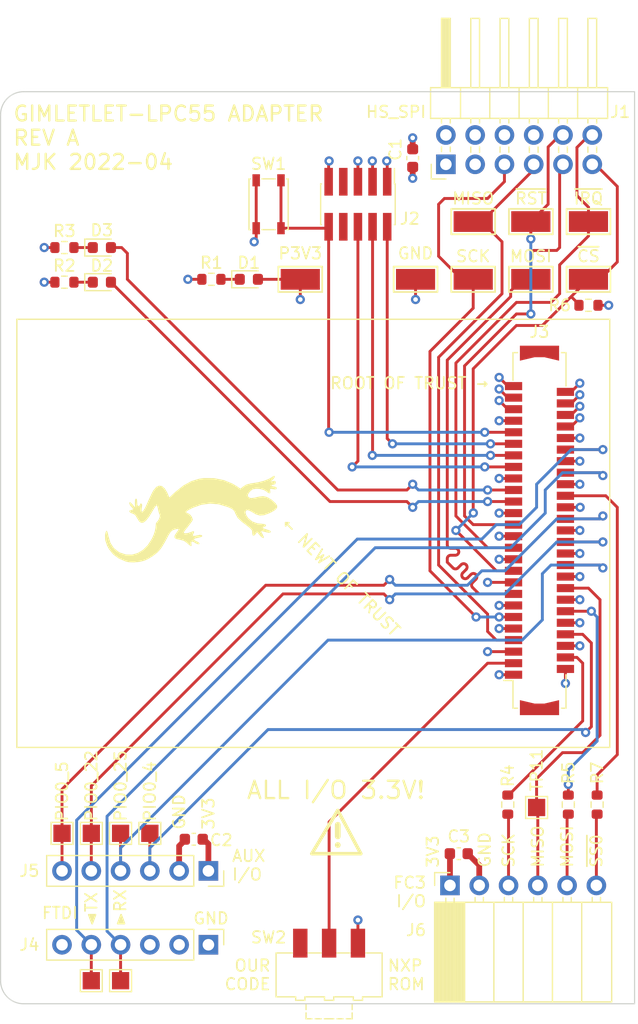
<source format=kicad_pcb>
(kicad_pcb (version 20211014) (generator pcbnew)
  (layers (0 "F.Cu" signal) (1 "In1.Cu" signal) (2 "In2.Cu" signal) (31 "B.Cu" signal) (34 "B.Paste" user) (35 "F.Paste" user) (36 "B.SilkS" user "B.Silkscreen") (37 "F.SilkS" user "F.Silkscreen") (38 "B.Mask" user) (39 "F.Mask" user) (44 "Edge.Cuts" user))
  (net 0 "")
  (net 1 "+3V3")
  (net 2 "GND")
  (net 3 "/SWD_IO")
  (net 4 "/SWD_CLK")
  (net 5 "/SWD_TRACESWO")
  (net 8 "/~{SWD_RESET}")
  (net 9 "/FC3_CTS_SDAX_SSEL0")
  (net 10 "/FC3_RTS_SCLX_SSEL1")
  (net 11 "/PIO0_22")
  (net 12 "/PIO0_25")
  (net 13 "/FC3_TXD_SCL_MISO")
  (net 14 "/FC3_RXD_DSA_MOSI")
  (net 15 "/PIO0_4")
  (net 16 "/FC3_SCK")
  (net 17 "Net-(D1-Pad1)")
  (net 18 "Net-(D2-Pad1)")
  (net 19 "Net-(D3-Pad1)")
  (net 21 "/ISP0")
  (net 22 "/SCT0_OUT2")
  (net 23 "/SCT0_OUT3")
  (net 24 "/SPI_MOSI")
  (net 25 "/SPI_MISO")
  (net 26 "/SPI_SCK")
  (net 27 "/~{SPI_IRQ}")
  (net 28 "/~{SPI_RESET}")
  (net 29 "/~{SPI_CS}")
  (net 30 "/FC0_RXD")
  (net 31 "/FC0_TXD")
  (net 37 "Net-(J3-Pad12)")
  (net 38 "Net-(J3-Pad4)")
  (net 39 "Net-(J3-Pad32)")
  (footprint "Resistor_SMD:R_0603_1608Metric" (layer "F.Cu") (at 114.25 48.75)
    (fp_text reference "R6")
    (fp_text value "10KΩ")
  )
  (footprint "Resistor_SMD:R_0603_1608Metric" (layer "F.Cu") (at 68.7875 43.75)
    (fp_text reference "R3")
    (fp_text value "143Ω")
  )
  (footprint "Connector_PinHeader_2.54mm:PinHeader_2x06_P2.54mm_Horizontal" (layer "F.Cu") (at 101.88 36.54 90)
    (fp_text reference "J1")
    (fp_text value "Conn_02x06_Odd_Even")
  )
  (footprint "Resistor_SMD:R_0603_1608Metric" (layer "F.Cu") (at 81.5375 46.5)
    (fp_text reference "R1")
    (fp_text value "143Ω")
  )
  (footprint "Capacitor_SMD:C_0603_1608Metric" (layer "F.Cu") (at 103 96.25)
    (fp_text reference "C3")
    (fp_text value "1µF")
  )
  (footprint "TestPoint:TestPoint_Keystone_5015_Micro-Minature" (layer "F.Cu") (at 109.25 46.5)
    (fp_text reference "TP2" hide)
    (fp_text value "TestPoint")
  )
  (footprint "Resistor_SMD:R_0603_1608Metric" (layer "F.Cu") (at 68.7875 46.75)
    (fp_text reference "R2")
    (fp_text value "143Ω")
  )
  (footprint "TestPoint:TestPoint_Pad_1.5x1.5mm" (layer "F.Cu") (at 109.75 92.25)
    (fp_text reference "TP11")
    (fp_text value "TestPoint")
  )
  (footprint "TestPoint:TestPoint_Keystone_5015_Micro-Minature" (layer "F.Cu") (at 104.25 41.5)
    (fp_text reference "TP3" hide)
    (fp_text value "TestPoint")
  )
  (footprint "Button_Switch_SMD:SW_SPDT_CK-JS102011SAQN" (layer "F.Cu") (at 91.75 106.75)
    (fp_text reference "SW2")
    (fp_text value "SW_SPDT")
  )
  (footprint "MountingHole:MountingHole_3.2mm_M3" (layer "F.Cu") (at 68.725 54.153)
    (fp_text reference "H1" hide)
    (fp_text value "M3")
  )
  (footprint "LED_SMD:LED_0603_1608Metric" (layer "F.Cu") (at 72.0375 46.75)
    (fp_text reference "D2")
    (fp_text value "Red")
  )
  (footprint "Button_Switch_SMD:SW_SPST_PTS810" (layer "F.Cu") (at 86.5 40 90)
    (fp_text reference "SW1")
    (fp_text value "SW_SPST")
  )
  (footprint "TestPoint:TestPoint_Keystone_5015_Micro-Minature" (layer "F.Cu") (at 104.25 46.5)
    (fp_text reference "TP4" hide)
    (fp_text value "TestPoint")
  )
  (footprint "LED_SMD:LED_0603_1608Metric" (layer "F.Cu") (at 84.7875 46.5)
    (fp_text reference "D1")
    (fp_text value "Green")
  )
  (footprint "TestPoint:TestPoint_Keystone_5015_Micro-Minature" (layer "F.Cu") (at 99.25 46.5 180)
    (fp_text reference "TP8" hide)
    (fp_text value "TestPoint")
  )
  (footprint "TestPoint:TestPoint_Keystone_5015_Micro-Minature" (layer "F.Cu") (at 109.25 41.5)
    (fp_text reference "TP6" hide)
    (fp_text value "TestPoint")
  )
  (footprint "LED_SMD:LED_0603_1608Metric" (layer "F.Cu") (at 72.0375 43.75)
    (fp_text reference "D3")
    (fp_text value "Amber")
  )
  (footprint "TestPoint:TestPoint_Keystone_5015_Micro-Minature" (layer "F.Cu") (at 114.25 41.5)
    (fp_text reference "TP5" hide)
    (fp_text value "TestPoint")
  )
  (footprint "Connector_PinSocket_2.54mm:PinSocket_1x06_P2.54mm_Horizontal" (layer "F.Cu") (at 102.235 99 90)
    (fp_text reference "J6")
    (fp_text value "SPI")
  )
  (footprint "MountingHole:MountingHole_3.2mm_M3" (layer "F.Cu") (at 68.725 82.855)
    (fp_text reference "H2" hide)
    (fp_text value "M3")
  )
  (footprint "TestPoint:TestPoint_Pad_1.5x1.5mm" (layer "F.Cu") (at 68.58 94.49)
    (fp_text reference "TP9" hide)
    (fp_text value "TestPoint")
  )
  (footprint "TestPoint:TestPoint_Pad_1.5x1.5mm" (layer "F.Cu") (at 76.2 94.49)
    (fp_text reference "TP10" hide)
    (fp_text value "TestPoint")
  )
  (footprint "TestPoint:TestPoint_Pad_1.5x1.5mm" (layer "F.Cu") (at 73.66 107.25)
    (fp_text reference "TP14" hide)
    (fp_text value "TestPoint")
  )
  (footprint "TestPoint:TestPoint_Pad_1.5x1.5mm" (layer "F.Cu") (at 71.12 107.25)
    (fp_text reference "TP15" hide)
    (fp_text value "TestPoint")
  )
  (footprint "Resistor_SMD:R_0603_1608Metric" (layer "F.Cu") (at 107.25 92 90)
    (fp_text reference "R4")
    (fp_text value "22Ω")
  )
  (footprint "TestPoint:TestPoint_Pad_1.5x1.5mm" (layer "F.Cu") (at 71.123 94.49)
    (fp_text reference "TP13" hide)
    (fp_text value "TestPoint")
  )
  (footprint "Connector_PinHeader_1.27mm:PinHeader_2x05_P1.27mm_Vertical_SMD" (layer "F.Cu") (at 94.25 40 -90)
    (fp_text reference "J2")
    (fp_text value "Conn_ARM_JTAG_SWD_10")
  )
  (footprint "Resistor_SMD:R_0603_1608Metric" (layer "F.Cu") (at 115 92 90)
    (fp_text reference "R7")
    (fp_text value "143Ω")
  )
  (footprint "grumpy:newt_of_trust" (layer "F.Cu") (at 79.75 67.25)
    (fp_text reference "H3" hide)
    (fp_text value "GRAPHIC PLACEHOLDER" hide)
  )
  (footprint "Connector_PinHeader_2.54mm:PinHeader_1x06_P2.54mm_Vertical" (layer "F.Cu") (at 81.28 104.14 -90)
    (fp_text reference "J4")
    (fp_text value "USART")
  )
  (footprint "Capacitor_SMD:C_0603_1608Metric" (layer "F.Cu") (at 99 36 -90)
    (fp_text reference "C1")
    (fp_text value "1µF")
  )
  (footprint "Oxide Connectors:DF9-51P-1V" (layer "F.Cu") (at 110 68.25)
    (fp_text reference "J3")
    (fp_text value "Conn_2Rows-51Pins")
  )
  (footprint "TestPoint:TestPoint_Keystone_5015_Micro-Minature" (layer "F.Cu") (at 89.25 46.5)
    (fp_text reference "TP7" hide)
    (fp_text value "TestPoint")
  )
  (footprint "TestPoint:TestPoint_Pad_1.5x1.5mm" (layer "F.Cu") (at 73.66 94.49)
    (fp_text reference "TP12" hide)
    (fp_text value "TestPoint")
  )
  (footprint "Capacitor_SMD:C_0603_1608Metric" (layer "F.Cu") (at 80.01 95 180)
    (fp_text reference "C2")
    (fp_text value "1µF")
  )
  (footprint "TestPoint:TestPoint_Keystone_5015_Micro-Minature" (layer "F.Cu") (at 114.25 46.5)
    (fp_text reference "TP1" hide)
    (fp_text value "TestPoint")
  )
  (footprint "Connector_PinSocket_2.54mm:PinSocket_1x06_P2.54mm_Vertical" (layer "F.Cu") (at 81.28 97.74 -90)
    (fp_text reference "J5")
    (fp_text value "Conn_01x06")
  )
  (footprint "Resistor_SMD:R_0603_1608Metric" (layer "F.Cu") (at 112.5 92 90)
    (fp_text reference "R5")
    (fp_text value "22Ω")
  )
  (gr_line (start 92.5 95.5) (end 92.5 95.5) (layer "F.SilkS") (width 0.5))
  (gr_line (start 90.25 96.25) (end 92.5 92.5) (layer "F.SilkS") (width 0.3))
  (gr_line (start 92.5 93.75) (end 92.5 94.75) (layer "F.SilkS") (width 0.5))
  (gr_line (start 94.5 96.25) (end 90.25 96.25) (layer "F.SilkS") (width 0.3))
  (gr_line (start 92.5 92.5) (end 94.5 96.25) (layer "F.SilkS") (width 0.3))
  (gr_line locked (start 64.661 49.962) (end 116.096 49.962) (layer "F.SilkS") (width 0.12))
  (gr_line locked (start 116.096 87.046) (end 64.661 87.046) (layer "F.SilkS") (width 0.12))
  (gr_line locked (start 116.096 49.962) (end 116.096 87.046) (layer "F.SilkS") (width 0.12))
  (gr_line locked (start 64.661 87.046) (end 64.661 49.962) (layer "F.SilkS") (width 0.12))
  (gr_line (start 65.25 30.25) (end 118.25 30.25) (layer "Edge.Cuts") (width 0.1))
  (gr_line (start 63.25 107.25) (end 63.25 32.25) (layer "Edge.Cuts") (width 0.1))
  (gr_line (start 118.25 109.25) (end 65.25 109.25) (layer "Edge.Cuts") (width 0.1))
  (gr_arc (start 65.25 109.25) (mid 63.835786 108.664214) (end 63.25 107.25) (layer "Edge.Cuts") (width 0.1))
  (gr_line (start 118.25 30.25) (end 118.25 109.25) (layer "Edge.Cuts") (width 0.1))
  (gr_arc (start 63.25 32.25) (mid 63.835786 30.835786) (end 65.25 30.25) (layer "Edge.Cuts") (width 0.1))
  (gr_text "MOSI" (at 109.25 44.5) (layer "F.SilkS") (effects (font (size 1 1))))
  (gr_text "~{IRQ}" (at 114.25 39.5) (layer "F.SilkS") (effects (font (size 1 1))))
  (gr_text "FC3\nI/O" (at 100.25 99.568) (layer "F.SilkS") (effects (font (size 1 1)) (justify right)))
  (gr_text "3V3" (at 81.28 94.25 90) (layer "F.SilkS") (effects (font (size 1 1)) (justify left)))
  (gr_text "◄TX" (at 71.12 102.64 90) (layer "F.SilkS") (effects (font (size 1 1)) (justify left)))
  (gr_text "GIMLETLET-LPC55 ADAPTER\nREV A\nMJK 2022-04" (at 64.25 34.25) (layer "F.SilkS") (effects (font (size 1.3 1.3) (thickness 0.2)) (justify left)))
  (gr_text "~{RST}" (at 109.25 39.5) (layer "F.SilkS") (effects (font (size 1 1))))
  (gr_text "GND" (at 78.74 94.25 90) (layer "F.SilkS") (effects (font (size 1 1)) (justify left)))
  (gr_text "HS_SPI" (at 100.25 32) (layer "F.SilkS") (effects (font (size 1 1)) (justify right)))
  (gr_text "MOSI" (at 112.395 97.536 90) (layer "F.SilkS") (effects (font (size 1 1)) (justify left)))
  (gr_text "3V3" (at 100.75 97.536 90) (layer "F.SilkS") (effects (font (size 1 1)) (justify left)))
  (gr_text "►RX" (at 73.63 102.64 90) (layer "F.SilkS") (effects (font (size 1 1)) (justify left)))
  (gr_text "ROOT OF TRUST →" (at 91.75 55.5) (layer "F.SilkS") (effects (font (size 1 1)) (justify left)))
  (gr_text "GND" (at 99.25 44.25) (layer "F.SilkS") (effects (font (size 1 1))))
  (gr_text "← NEWT OF TRUST" (at 92.75 72.25 -45) (layer "F.SilkS") (effects (font (size 1 1))))
  (gr_text "P3V3" (at 89.25 44.25) (layer "F.SilkS") (effects (font (size 1 1))))
  (gr_text "PIO0_4" (at 76.2 93.54 90) (layer "F.SilkS") (effects (font (size 1 1)) (justify left)))
  (gr_text "~{SS0}" (at 114.935 97.536 90) (layer "F.SilkS") (effects (font (size 1 1)) (justify left)))
  (gr_text "~{CS}" (at 114.25 44.5) (layer "F.SilkS") (effects (font (size 1 1))))
  (gr_text "MISO" (at 104.25 39.5) (layer "F.SilkS") (effects (font (size 1 1))))
  (gr_text "NXP\nROM" (at 96.75 106.75) (layer "F.SilkS") (effects (font (size 1 1)) (justify left)))
  (gr_text "FTDI" (at 66.75 101.39) (layer "F.SilkS") (effects (font (size 1 1)) (justify left)))
  (gr_text "GND" (at 105.25 97.536 90) (layer "F.SilkS") (effects (font (size 1 1)) (justify left)))
  (gr_text "PIO0_22" (at 71.12 93.54 90) (layer "F.SilkS") (effects (font (size 1 1)) (justify left)))
  (gr_text "ALL I/O 3.3V!" (at 84.5 90.75) (layer "F.SilkS") (effects (font (size 1.5 1.5) (thickness 0.2)) (justify left)))
  (gr_text "MISO" (at 109.855 97.536 90) (layer "F.SilkS") (effects (font (size 1 1)) (justify left)))
  (gr_text "SCK" (at 107.315 97.536 90) (layer "F.SilkS") (effects (font (size 1 1)) (justify left)))
  (gr_text "PIO0_5" (at 68.58 93.54 90) (layer "F.SilkS") (effects (font (size 1 1)) (justify left)))
  (gr_text "AUX\nI/O" (at 83.25 97.25) (layer "F.SilkS") (effects (font (size 1 1)) (justify left)))
  (gr_text "OUR\nCODE" (at 86.75 106.75) (layer "F.SilkS") (effects (font (size 1 1)) (justify right)))
  (gr_text "PIO0_25" (at 73.66 93.54 90) (layer "F.SilkS") (effects (font (size 1 1)) (justify left)))
  (gr_text "SCK" (at 104.25 44.5) (layer "F.SilkS") (effects (font (size 1 1))))
  (gr_text "GND" (at 79.883 101.855) (layer "F.SilkS") (effects (font (size 1 1)) (justify left)))
  (segment (start 112.75 57.25) (end 113.5 56.5) (width 0.25) (layer "F.Cu") (net 1))
  (segment (start 99 35.225) (end 99 34.25) (width 0.5) (layer "F.Cu") (net 1))
  (segment (start 112.25 57.25) (end 112.75 57.25) (width 0.25) (layer "F.Cu") (net 1))
  (segment (start 85.575 46.5) (end 89.25 46.5) (width 0.25) (layer "F.Cu") (net 1))
  (segment (start 102.235 99) (end 102.235 96.26) (width 0.5) (layer "F.Cu") (net 1))
  (segment (start 107.25 55.75) (end 106.5 55) (width 0.25) (layer "F.Cu") (net 1))
  (segment (start 107.25 57.75) (end 106.5 57) (width 0.25) (layer "F.Cu") (net 1))
  (segment (start 112.25 59.25) (end 112.75 59.25) (width 0.25) (layer "F.Cu") (net 1))
  (segment (start 112.75 56.25) (end 113.5 55.5) (width 0.25) (layer "F.Cu") (net 1))
  (segment (start 112.75 59.25) (end 113.5 58.5) (width 0.25) (layer "F.Cu") (net 1))
  (segment (start 81.28 95.405) (end 80.875 95) (width 0.5) (layer "F.Cu") (net 1))
  (segment (start 107.75 55.75) (end 107.25 55.75) (width 0.25) (layer "F.Cu") (net 1))
  (segment (start 112.25 56.25) (end 112.75 56.25) (width 0.25) (layer "F.Cu") (net 1))
  (segment (start 96.79 36.29) (end 96.75 36.25) (width 0.25) (layer "F.Cu") (net 1))
  (segment (start 107.75 57.75) (end 107.25 57.75) (width 0.25) (layer "F.Cu") (net 1))
  (segment (start 107.75 56.75) (end 107.25 56.75) (width 0.25) (layer "F.Cu") (net 1))
  (segment (start 115.075 48.75) (end 116 48.75) (width 0.25) (layer "F.Cu") (net 1))
  (segment (start 89.25 46.5) (end 89.25 48.25) (width 0.25) (layer "F.Cu") (net 1))
  (segment (start 96.79 38.05) (end 96.79 36.29) (width 0.25) (layer "F.Cu") (net 1))
  (segment (start 112.75 58.25) (end 113.5 57.5) (width 0.25) (layer "F.Cu") (net 1))
  (segment (start 107.25 56.75) (end 106.5 56) (width 0.25) (layer "F.Cu") (net 1))
  (segment (start 81.28 97.74) (end 81.28 95.405) (width 0.5) (layer "F.Cu") (net 1))
  (segment (start 112.25 58.25) (end 112.75 58.25) (width 0.25) (layer "F.Cu") (net 1))
  (via (at 113.5 58.5) (size 0.8) (drill 0.4) (layers "F.Cu" "B.Cu") (net 1))
  (via (at 116 48.75) (size 0.8) (drill 0.4) (layers "F.Cu" "B.Cu") (net 1))
  (via (at 106.5 55) (size 0.8) (drill 0.4) (layers "F.Cu" "B.Cu") (net 1))
  (via (at 96.75 36.25) (size 0.8) (drill 0.4) (layers "F.Cu" "B.Cu") (net 1))
  (via (at 106.5 56) (size 0.8) (drill 0.4) (layers "F.Cu" "B.Cu") (net 1))
  (via (at 99 34.25) (size 0.8) (drill 0.4) (layers "F.Cu" "B.Cu") (net 1))
  (via (at 113.5 57.5) (size 0.8) (drill 0.4) (layers "F.Cu" "B.Cu") (net 1))
  (via (at 89.25 48.25) (size 0.8) (drill 0.4) (layers "F.Cu" "B.Cu") (net 1))
  (via (at 113.5 56.5) (size 0.8) (drill 0.4) (layers "F.Cu" "B.Cu") (net 1))
  (via (at 106.5 57) (size 0.8) (drill 0.4) (layers "F.Cu" "B.Cu") (net 1))
  (via (at 113.5 55.5) (size 0.8) (drill 0.4) (layers "F.Cu" "B.Cu") (net 1))
  (segment (start 112.25 74.25) (end 113.5 74.25) (width 0.25) (layer "F.Cu") (net 2))
  (segment (start 107.75 70.75) (end 106.5 70.75) (width 0.25) (layer "F.Cu") (net 2))
  (segment (start 112.25 72.25) (end 113.5 72.25) (width 0.25) (layer "F.Cu") (net 2))
  (segment (start 95.52 36.27) (end 95.5 36.25) (width 0.25) (layer "F.Cu") (net 2))
  (segment (start 112.25 68.25) (end 113.5 68.25) (width 0.25) (layer "F.Cu") (net 2))
  (segment (start 112.25 70.25) (end 113.5 70.25) (width 0.25) (layer "F.Cu") (net 2))
  (segment (start 95.52 38.05) (end 95.52 36.27) (width 0.25) (layer "F.Cu") (net 2))
  (segment (start 91.71 38.05) (end 91.71 36.29) (width 0.25) (layer "F.Cu") (net 2))
  (segment (start 112.25 64.25) (end 113.5 64.25) (width 0.25) (layer "F.Cu") (net 2))
  (segment (start 107.75 80.75) (end 106.5 80.75) (width 0.25) (layer "F.Cu") (net 2))
  (segment (start 107.75 78.75) (end 105.5 78.75) (width 0.25) (layer "F.Cu") (net 2))
  (segment (start 104.775 97.25) (end 103.775 96.25) (width 0.5) (layer "F.Cu") (net 2))
  (segment (start 107.75 66.75) (end 106.5 66.75) (width 0.25) (layer "F.Cu") (net 2))
  (segment (start 107.75 74.75) (end 106.5 74.75) (width 0.25) (layer "F.Cu") (net 2))
  (segment (start 107.75 63.75) (end 106.5 63.75) (width 0.25) (layer "F.Cu") (net 2))
  (segment (start 112.25 78.25) (end 113.5 78.25) (width 0.25) (layer "F.Cu") (net 2))
  (segment (start 94.25 104) (end 94.25 102) (width 0.25) (layer "F.Cu") (net 2))
  (segment (start 112.25 60.25) (end 113.5 60.25) (width 0.25) (layer "F.Cu") (net 2))
  (segment (start 80.7125 46.5) (end 79.5 46.5) (width 0.25) (layer "F.Cu") (net 2))
  (segment (start 99 36.775) (end 99 37.75) (width 0.5) (layer "F.Cu") (net 2))
  (segment (start 107.75 72.75) (end 105.5 72.75) (width 0.25) (layer "F.Cu") (net 2))
  (segment (start 78.74 97.74) (end 78.74 95.585) (width 0.5) (layer "F.Cu") (net 2))
  (segment (start 107.75 58.75) (end 106.5 58.75) (width 0.25) (layer "F.Cu") (net 2))
  (segment (start 107.75 68.75) (end 106.5 68.75) (width 0.25) (layer "F.Cu") (net 2))
  (segment (start 112.25 62.25) (end 113.5 62.25) (width 0.25) (layer "F.Cu") (net 2))
  (segment (start 85.425 42.075) (end 85.425 43.075) (width 0.25) (layer "F.Cu") (net 2))
  (segment (start 99.25 46.5) (end 99.25 48.25) (width 0.25) (layer "F.Cu") (net 2))
  (segment (start 67.9625 43.75) (end 67.0375 43.75) (width 0.25) (layer "F.Cu") (net 2))
  (segment (start 112.25 66.25) (end 113.5255 66.25) (width 0.25) (layer "F.Cu") (net 2))
  (segment (start 91.71 36.29) (end 91.75 36.25) (width 0.25) (layer "F.Cu") (net 2))
  (segment (start 67.9625 46.75) (end 67.0375 46.75) (width 0.25) (layer "F.Cu") (net 2))
  (segment (start 85.425 43.075) (end 85.25 43.25) (width 0.25) (layer "F.Cu") (net 2))
  (segment (start 104.775 99) (end 104.775 97.25) (width 0.5) (layer "F.Cu") (net 2))
  (segment (start 94.25 38.05) (end 94.25 36.25) (width 0.25) (layer "F.Cu") (net 2))
  (segment (start 78.74 95.585) (end 79.325 95) (width 0.5) (layer "F.Cu") (net 2))
  (segment (start 107.75 76.75) (end 106.5 76.75) (width 0.25) (layer "F.Cu") (net 2))
  (segment (start 85.425 42.075) (end 85.425 37.925) (width 0.25) (layer "F.Cu") (net 2))
  (segment (start 112.375 76.25) (end 113.5 76.25) (width 0.25) (layer "F.Cu") (net 2))
  (segment (start 112.25 81.5) (end 112.25 80.25) (width 0.25) (layer "F.Cu") (net 2))
  (via (at 105.5 78.75) (size 0.8) (drill 0.4) (layers "F.Cu" "B.Cu") (net 2))
  (via (at 113.5 60.25) (size 0.8) (drill 0.4) (layers "F.Cu" "B.Cu") (net 2))
  (via (at 113.5 70.25) (size 0.8) (drill 0.4) (layers "F.Cu" "B.Cu") (net 2))
  (via (at 113.5255 66.25) (size 0.8) (drill 0.4) (layers "F.Cu" "B.Cu") (net 2))
  (via (at 94.25 102) (size 0.8) (drill 0.4) (layers "F.Cu" "B.Cu") (net 2))
  (via (at 67.0375 46.75) (size 0.8) (drill 0.4) (layers "F.Cu" "B.Cu") (net 2))
  (via (at 79.5 46.5) (size 0.8) (drill 0.4) (layers "F.Cu" "B.Cu") (net 2))
  (via (at 113.5 78.25) (size 0.8) (drill 0.4) (layers "F.Cu" "B.Cu") (net 2))
  (via (at 106.5 68.75) (size 0.8) (drill 0.4) (layers "F.Cu" "B.Cu") (net 2))
  (via (at 99.25 48.25) (size 0.8) (drill 0.4) (layers "F.Cu" "B.Cu") (net 2))
  (via (at 113.5 64.25) (size 0.8) (drill 0.4) (layers "F.Cu" "B.Cu") (net 2))
  (via (at 67.0375 43.75) (size 0.8) (drill 0.4) (layers "F.Cu" "B.Cu") (net 2))
  (via (at 99 37.75) (size 0.8) (drill 0.4) (layers "F.Cu" "B.Cu") (net 2))
  (via (at 113.5 72.25) (size 0.8) (drill 0.4) (layers "F.Cu" "B.Cu") (net 2))
  (via (at 113.5 74.25) (size 0.8) (drill 0.4) (layers "F.Cu" "B.Cu") (net 2))
  (via (at 113.5 62.25) (size 0.8) (drill 0.4) (layers "F.Cu" "B.Cu") (net 2))
  (via (at 85.25 43.25) (size 0.8) (drill 0.4) (layers "F.Cu" "B.Cu") (net 2))
  (via (at 106.5 76.75) (size 0.8) (drill 0.4) (layers "F.Cu" "B.Cu") (net 2))
  (via (at 91.75 36.25) (size 0.8) (drill 0.4) (layers "F.Cu" "B.Cu") (net 2))
  (via (at 112.25 81.5) (size 0.8) (drill 0.4) (layers "F.Cu" "B.Cu") (net 2))
  (via (at 105.5 72.75) (size 0.8) (drill 0.4) (layers "F.Cu" "B.Cu") (net 2))
  (via (at 113.5 68.25) (size 0.8) (drill 0.4) (layers "F.Cu" "B.Cu") (net 2))
  (via (at 106.5 58.75) (size 0.8) (drill 0.4) (layers "F.Cu" "B.Cu") (net 2))
  (via (at 94.25 36.25) (size 0.8) (drill 0.4) (layers "F.Cu" "B.Cu") (net 2))
  (via (at 106.5 66.75) (size 0.8) (drill 0.4) (layers "F.Cu" "B.Cu") (net 2))
  (via (at 106.5 80.75) (size 0.8) (drill 0.4) (layers "F.Cu" "B.Cu") (net 2))
  (via (at 106.5 74.75) (size 0.8) (drill 0.4) (layers "F.Cu" "B.Cu") (net 2))
  (via (at 106.5 63.75) (size 0.8) (drill 0.4) (layers "F.Cu" "B.Cu") (net 2))
  (via (at 95.5 36.25) (size 0.8) (drill 0.4) (layers "F.Cu" "B.Cu") (net 2))
  (via (at 106.5 70.75) (size 0.8) (drill 0.4) (layers "F.Cu" "B.Cu") (net 2))
  (via (at 113.5 76.25) (size 0.8) (drill 0.4) (layers "F.Cu" "B.Cu") (net 2))
  (segment (start 96.79 60.29) (end 96.79 41.95) (width 0.25) (layer "F.Cu") (net 3))
  (segment (start 97.25 60.75) (end 96.79 60.29) (width 0.25) (layer "F.Cu") (net 3))
  (segment (start 107.75 60.75) (end 105.75 60.75) (width 0.25) (layer "F.Cu") (net 3))
  (via (at 105.75 60.75) (size 0.8) (drill 0.4) (layers "F.Cu" "B.Cu") (net 3))
  (via (at 97.25 60.75) (size 0.8) (drill 0.4) (layers "F.Cu" "B.Cu") (net 3))
  (segment (start 105.75 60.75) (end 97.25 60.75) (width 0.25) (layer "B.Cu") (net 3))
  (segment (start 95.52 61.73) (end 95.52 41.95) (width 0.25) (layer "F.Cu") (net 4))
  (segment (start 107.75 61.75) (end 105.75 61.75) (width 0.25) (layer "F.Cu") (net 4))
  (segment (start 95.5 61.75) (end 95.52 61.73) (width 0.25) (layer "F.Cu") (net 4))
  (via (at 95.5 61.75) (size 0.8) (drill 0.4) (layers "F.Cu" "B.Cu") (net 4))
  (via (at 105.75 61.75) (size 0.8) (drill 0.4) (layers "F.Cu" "B.Cu") (net 4))
  (segment (start 105.75 61.75) (end 95.5 61.75) (width 0.25) (layer "B.Cu") (net 4))
  (segment (start 94.25 62.25) (end 94.25 41.95) (width 0.25) (layer "F.Cu") (net 5))
  (segment (start 93.75 62.75) (end 94.25 62.25) (width 0.25) (layer "F.Cu") (net 5))
  (segment (start 107.75 62.75) (end 105.25 62.75) (width 0.25) (layer "F.Cu") (net 5))
  (via (at 93.75 62.75) (size 0.8) (drill 0.4) (layers "F.Cu" "B.Cu") (net 5))
  (via (at 105.25 62.75) (size 0.8) (drill 0.4) (layers "F.Cu" "B.Cu") (net 5))
  (segment (start 105.25 62.75) (end 93.75 62.75) (width 0.25) (layer "B.Cu") (net 5))
  (segment (start 91.71 41.95) (end 91.71 59.46) (width 0.25) (layer "F.Cu") (net 8))
  (segment (start 87.575 42.075) (end 91.585 42.075) (width 0.25) (layer "F.Cu") (net 8))
  (segment (start 87.575 37.925) (end 87.575 42.075) (width 0.25) (layer "F.Cu") (net 8))
  (segment (start 107.75 59.75) (end 105.25 59.75) (width 0.25) (layer "F.Cu") (net 8))
  (segment (start 91.585 42.075) (end 91.71 41.95) (width 0.25) (layer "F.Cu") (net 8))
  (via (at 91.75 59.75) (size 0.8) (drill 0.4) (layers "F.Cu" "B.Cu") (net 8))
  (via (at 105.25 59.75) (size 0.8) (drill 0.4) (layers "F.Cu" "B.Cu") (net 8))
  (segment (start 91.75 59.75) (end 105.25 59.75) (width 0.25) (layer "B.Cu") (net 8))
  (segment (start 115 92.825) (end 114.935 92.89) (width 0.25) (layer "F.Cu") (net 9))
  (segment (start 114.935 92.89) (end 114.935 99) (width 0.25) (layer "F.Cu") (net 9))
  (segment (start 115.25 67.25) (end 112.25 67.25) (width 0.25) (layer "F.Cu") (net 10))
  (segment (start 115.5 67) (end 115.25 67.25) (width 0.25) (layer "F.Cu") (net 10))
  (segment (start 68.58 94.49) (end 68.58 90.67) (width 0.25) (layer "F.Cu") (net 10))
  (segment (start 68.58 97.74) (end 68.58 95.105) (width 0.25) (layer "F.Cu") (net 10))
  (segment (start 68.58 90.67) (end 86.25 73) (width 0.25) (layer "F.Cu") (net 10))
  (segment (start 96.5 73) (end 97 72.5) (width 0.25) (layer "F.Cu") (net 10))
  (segment (start 86.25 73) (end 96.5 73) (width 0.25) (layer "F.Cu") (net 10))
  (via (at 97 72.5) (size 0.8) (drill 0.4) (layers "F.Cu" "B.Cu") (net 10))
  (via (at 115.5 67) (size 0.8) (drill 0.4) (layers "F.Cu" "B.Cu") (net 10))
  (segment (start 97 72.5) (end 97.5 73) (width 0.25) (layer "B.Cu") (net 10))
  (segment (start 97.5 73) (end 103.75 73) (width 0.25) (layer "B.Cu") (net 10))
  (segment (start 115.25 67.25) (end 115.5 67) (width 0.25) (layer "B.Cu") (net 10))
  (segment (start 105 71.75) (end 107 71.75) (width 0.25) (layer "B.Cu") (net 10))
  (segment (start 107 71.75) (end 111.5 67.25) (width 0.25) (layer "B.Cu") (net 10))
  (segment (start 111.5 67.25) (end 115.25 67.25) (width 0.25) (layer "B.Cu") (net 10))
  (segment (start 103.75 73) (end 105 71.75) (width 0.25) (layer "B.Cu") (net 10))
  (segment (start 87.75 73.75) (end 96.5 73.75) (width 0.25) (layer "F.Cu") (net 11))
  (segment (start 71.12 97.74) (end 71.12 95.108) (width 0.25) (layer "F.Cu") (net 11))
  (segment (start 71.123 94.49) (end 71.123 90.377) (width 0.25) (layer "F.Cu") (net 11))
  (segment (start 96.5 73.75) (end 97 74.25) (width 0.25) (layer "F.Cu") (net 11))
  (segment (start 71.123 90.377) (end 87.75 73.75) (width 0.25) (layer "F.Cu") (net 11))
  (segment (start 112.25 69.25) (end 115.5 69.25) (width 0.25) (layer "F.Cu") (net 11))
  (via (at 115.5 69.25) (size 0.8) (drill 0.4) (layers "F.Cu" "B.Cu") (net 11))
  (via (at 97 74.25) (size 0.8) (drill 0.4) (layers "F.Cu" "B.Cu") (net 11))
  (segment (start 97.5 73.75) (end 107 73.75) (width 0.25) (layer "B.Cu") (net 11))
  (segment (start 111.5 69.25) (end 115.5 69.25) (width 0.25) (layer "B.Cu") (net 11))
  (segment (start 97 74.25) (end 97.5 73.75) (width 0.25) (layer "B.Cu") (net 11))
  (segment (start 107 73.75) (end 111.5 69.25) (width 0.25) (layer "B.Cu") (net 11))
  (segment (start 73.66 97.74) (end 73.66 95.057) (width 0.25) (layer "F.Cu") (net 12))
  (segment (start 115.25 71.25) (end 112.25 71.25) (width 0.25) (layer "F.Cu") (net 12))
  (segment (start 115.5 71.5) (end 115.25 71.25) (width 0.25) (layer "F.Cu") (net 12))
  (via (at 115.5 71.5) (size 0.8) (drill 0.4) (layers "F.Cu" "B.Cu") (net 12))
  (segment (start 110.25 72) (end 110.25 76) (width 0.25) (layer "B.Cu") (net 12))
  (segment (start 115.5 71.5) (end 115.25 71.25) (width 0.25) (layer "B.Cu") (net 12))
  (segment (start 108.5 77.75) (end 91.66 77.75) (width 0.25) (layer "B.Cu") (net 12))
  (segment (start 115.25 71.25) (end 111 71.25) (width 0.25) (layer "B.Cu") (net 12))
  (segment (start 73.66 95.75) (end 73.66 97.74) (width 0.25) (layer "B.Cu") (net 12))
  (segment (start 110.25 76) (end 108.5 77.75) (width 0.25) (layer "B.Cu") (net 12))
  (segment (start 91.66 77.75) (end 73.66 95.75) (width 0.25) (layer "B.Cu") (net 12))
  (segment (start 111 71.25) (end 110.25 72) (width 0.25) (layer "B.Cu") (net 12))
  (segment (start 109.855 92.355) (end 109.75 92.25) (width 0.25) (layer "F.Cu") (net 13))
  (segment (start 113.75 87.5) (end 112 87.5) (width 0.25) (layer "F.Cu") (net 13))
  (segment (start 114.25 73.25) (end 115.25 74.25) (width 0.25) (layer "F.Cu") (net 13))
  (segment (start 109.855 99) (end 109.855 92.355) (width 0.25) (layer "F.Cu") (net 13))
  (segment (start 115.25 74.25) (end 115.25 86) (width 0.25) (layer "F.Cu") (net 13))
  (segment (start 109.75 89.75) (end 109.75 92.25) (width 0.25) (layer "F.Cu") (net 13))
  (segment (start 115.25 86) (end 113.75 87.5) (width 0.25) (layer "F.Cu") (net 13))
  (segment (start 112.25 73.25) (end 114.25 73.25) (width 0.25) (layer "F.Cu") (net 13))
  (segment (start 112 87.5) (end 109.75 89.75) (width 0.25) (layer "F.Cu") (net 13))
  (segment (start 112.395 92.93) (end 112.395 99) (width 0.25) (layer "F.Cu") (net 14))
  (segment (start 112.5 92.825) (end 112.395 92.93) (width 0.25) (layer "F.Cu") (net 14))
  (segment (start 114.5 85.25) (end 114.5 78) (width 0.25) (layer "F.Cu") (net 15))
  (segment (start 114.5 78) (end 113.75 77.25) (width 0.25) (layer "F.Cu") (net 15))
  (segment (start 76.2 97.74) (end 76.2 95.105) (width 0.25) (layer "F.Cu") (net 15))
  (segment (start 113.75 77.25) (end 112.25 77.25) (width 0.25) (layer "F.Cu") (net 15))
  (segment (start 114 85.75) (end 114.5 85.25) (width 0.25) (layer "F.Cu") (net 15))
  (via (at 114 85.75) (size 0.8) (drill 0.4) (layers "F.Cu" "B.Cu") (net 15))
  (segment (start 76.2 97.74) (end 76.2 95.75) (width 0.25) (layer "B.Cu") (net 15))
  (segment (start 76.2 95.75) (end 86.45 85.5) (width 0.25) (layer "B.Cu") (net 15))
  (segment (start 113.75 85.5) (end 114 85.75) (width 0.25) (layer "B.Cu") (net 15))
  (segment (start 86.45 85.5) (end 113.75 85.5) (width 0.25) (layer "B.Cu") (net 15))
  (segment (start 107.315 92.64) (end 107.315 99) (width 0.25) (layer "F.Cu") (net 16))
  (segment (start 84 46.5) (end 82.3625 46.5) (width 0.25) (layer "F.Cu") (net 17))
  (segment (start 69.6125 46.75) (end 71.25 46.75) (width 0.25) (layer "F.Cu") (net 18))
  (segment (start 69.6125 43.75) (end 71.25 43.75) (width 0.25) (layer "F.Cu") (net 19))
  (segment (start 107.75 79.75) (end 105.5 79.75) (width 0.25) (layer "F.Cu") (net 21))
  (segment (start 92 93.25) (end 91.75 93.5) (width 0.25) (layer "F.Cu") (net 21))
  (segment (start 91.75 93.5) (end 91.75 103.25) (width 0.25) (layer "F.Cu") (net 21))
  (segment (start 105.5 79.75) (end 92 93.25) (width 0.25) (layer "F.Cu") (net 21))
  (segment (start 91.825 65.75) (end 72.825 46.75) (width 0.25) (layer "F.Cu") (net 22))
  (segment (start 98.5 65.75) (end 91.825 65.75) (width 0.25) (layer "F.Cu") (net 22))
  (segment (start 99 66.25) (end 98.5 65.75) (width 0.25) (layer "F.Cu") (net 22))
  (segment (start 105.5 65.75) (end 107.75 65.75) (width 0.25) (layer "F.Cu") (net 22))
  (via (at 99 66.25) (size 0.8) (drill 0.4) (layers "F.Cu" "B.Cu") (net 22))
  (via (at 105.5 65.75) (size 0.8) (drill 0.4) (layers "F.Cu" "B.Cu") (net 22))
  (segment (start 99.5 65.75) (end 105.5 65.75) (width 0.25) (layer "B.Cu") (net 22))
  (segment (start 99 66.25) (end 99.5 65.75) (width 0.25) (layer "B.Cu") (net 22))
  (segment (start 73.75 43.75) (end 72.825 43.75) (width 0.25) (layer "F.Cu") (net 23))
  (segment (start 92.5 64.75) (end 74.25 46.5) (width 0.25) (layer "F.Cu") (net 23))
  (segment (start 98.5 64.75) (end 92.5 64.75) (width 0.25) (layer "F.Cu") (net 23))
  (segment (start 74.25 46.5) (end 74.25 44.25) (width 0.25) (layer "F.Cu") (net 23))
  (segment (start 105.5 64.75) (end 107.75 64.75) (width 0.25) (layer "F.Cu") (net 23))
  (segment (start 99 64.25) (end 98.5 64.75) (width 0.25) (layer "F.Cu") (net 23))
  (segment (start 74.25 44.25) (end 73.75 43.75) (width 0.25) (layer "F.Cu") (net 23))
  (via (at 105.5 64.75) (size 0.8) (drill 0.4) (layers "F.Cu" "B.Cu") (net 23))
  (via (at 99 64.25) (size 0.8) (drill 0.4) (layers "F.Cu" "B.Cu") (net 23))
  (segment (start 99 64.25) (end 99.5 64.75) (width 0.25) (layer "B.Cu") (net 23))
  (segment (start 99.5 64.75) (end 105.5 64.75) (width 0.25) (layer "B.Cu") (net 23))
  (segment (start 103.63137 71.641423) (end 103.631371 71.641422) (width 0.25) (layer "F.Cu") (net 24))
  (segment (start 103.772793 72.348527) (end 103.772792 72.348528) (width 0.25) (layer "F.Cu") (net 24))
  (segment (start 102 71) (end 102.5 71.5) (width 0.25) (layer "F.Cu") (net 24))
  (segment (start 102.924265 71.499999) (end 102.924264 71.5) (width 0.25) (layer "F.Cu") (net 24))
  (segment (start 112.04 36.29) (end 111.75 36.58) (width 0.25) (layer "F.Cu") (net 24))
  (segment (start 109.5 44) (end 109.25 44.25) (width 0.25) (layer "F.Cu") (net 24))
  (segment (start 111.75 43.75) (end 111.5 44) (width 0.25) (layer "F.Cu") (net 24))
  (segment (start 102 53.5) (end 102 69.5) (width 0.25) (layer "F.Cu") (net 24))
  (segment (start 103.772792 72.348528) (end 104.055635 72.065686) (width 0.25) (layer "F.Cu") (net 24))
  (segment (start 107.5 48) (end 102 53.5) (width 0.25) (layer "F.Cu") (net 24))
  (segment (start 104.479898 72.489951) (end 104.479899 72.48995) (width 0.25) (layer "F.Cu") (net 24))
  (segment (start 111.75 36.58) (end 111.75 43.75) (width 0.25) (layer "F.Cu") (net 24))
  (segment (start 104.197056 73.197056) (end 104.75 73.75) (width 0.25) (layer "F.Cu") (net 24))
  (segment (start 102.924264 71.5) (end 103.207107 71.217158) (width 0.25) (layer "F.Cu") (net 24))
  (segment (start 103.631371 71.641422) (end 103.348527 71.924263) (width 0.25) (layer "F.Cu") (net 24))
  (segment (start 104.75 73.75) (end 107.75 73.75) (width 0.25) (layer "F.Cu") (net 24))
  (segment (start 104.479899 72.48995) (end 104.197055 72.772791) (width 0.25) (layer "F.Cu") (net 24))
  (segment (start 102 70.7) (end 102 71) (width 0.25) (layer "F.Cu") (net 24))
  (segment (start 104.197055 73.197055) (end 104.197056 73.197056) (width 0.25) (layer "F.Cu") (net 24))
  (segment (start 108.5 46.5) (end 107.5 47.5) (width 0.25) (layer "F.Cu") (net 24))
  (segment (start 111.5 44) (end 109.5 44) (width 0.25) (layer "F.Cu") (net 24))
  (segment (start 103.348527 72.348527) (end 103.348528 72.348528) (width 0.25) (layer "F.Cu") (net 24))
  (segment (start 107.5 47.5) (end 107.5 48) (width 0.25) (layer "F.Cu") (net 24))
  (segment (start 109.25 46.5) (end 108.5 46.5) (width 0.25) (layer "F.Cu") (net 24))
  (segment (start 102.7 70.4) (end 102.3 70.4) (width 0.25) (layer "F.Cu") (net 24))
  (segment (start 109.25 44.25) (end 109.25 46.5) (width 0.25) (layer "F.Cu") (net 24))
  (segment (start 102.3 69.8) (end 102.7 69.8) (width 0.25) (layer "F.Cu") (net 24))
  (arc (start 102.7 69.8) (mid 102.912132 69.887868) (end 103 70.1) (width 0.25) (layer "F.Cu") (net 24))
  (arc (start 102.3 70.4) (mid 102.087868 70.487868) (end 102 70.7) (width 0.25) (layer "F.Cu") (net 24))
  (arc (start 103.207107 71.217158) (mid 103.419239 71.12929) (end 103.631371 71.217158) (width 0.25) (layer "F.Cu") (net 24))
  (arc (start 103.348528 72.348528) (mid 103.560662 72.436397) (end 103.772793 72.348527) (width 0.25) (layer "F.Cu") (net 24))
  (arc (start 104.479899 72.065686) (mid 104.567766 72.277818) (end 104.479898 72.489951) (width 0.25) (layer "F.Cu") (net 24))
  (arc (start 104.055635 72.065686) (mid 104.267767 71.977818) (end 104.479899 72.065686) (width 0.25) (layer "F.Cu") (net 24))
  (arc (start 102 69.5) (mid 102.087868 69.712132) (end 102.3 69.8) (width 0.25) (layer "F.Cu") (net 24))
  (arc (start 104.197055 72.772791) (mid 104.109187 72.984923) (end 104.197055 73.197055) (width 0.25) (layer "F.Cu") (net 24))
  (arc (start 102.5 71.5) (mid 102.712134 71.587869) (end 102.924265 71.499999) (width 0.25) (layer "F.Cu") (net 24))
  (arc (start 103 70.1) (mid 102.912132 70.312132) (end 102.7 70.4) (width 0.25) (layer "F.Cu") (net 24))
  (arc (start 103.631371 71.217158) (mid 103.719238 71.42929) (end 103.63137 71.641423) (width 0.25) (layer "F.Cu") (net 24))
  (arc (start 103.348527 71.924263) (mid 103.260659 72.136395) (end 103.348527 72.348527) (width 0.25) (layer "F.Cu") (net 24))
  (segment (start 105.5 75.5) (end 105.5 77) (width 0.25) (layer "F.Cu") (net 25))
  (segment (start 105.5 77) (end 106.25 77.75) (width 0.25) (layer "F.Cu") (net 25))
  (segment (start 101.25 53.25) (end 101.25 71.25) (width 0.25) (layer "F.Cu") (net 25))
  (segment (start 104.25 41.5) (end 105 41.5) (width 0.25) (layer "F.Cu") (net 25))
  (segment (start 106.75 47.75) (end 101.25 53.25) (width 0.25) (layer "F.Cu") (net 25))
  (segment (start 105 41.5) (end 109.5 37) (width 0.25) (layer "F.Cu") (net 25))
  (segment (start 105 41.5) (end 106.75 43.25) (width 0.25) (layer "F.Cu") (net 25))
  (segment (start 106.25 77.75) (end 107.75 77.75) (width 0.25) (layer "F.Cu") (net 25))
  (segment (start 101.25 71.25) (end 105.5 75.5) (width 0.25) (layer "F.Cu") (net 25))
  (segment (start 106.75 43.25) (end 106.75 47.75) (width 0.25) (layer "F.Cu") (net 25))
  (segment (start 109.5 37) (end 109.5 36.29) (width 0.25) (layer "F.Cu") (net 25))
  (segment (start 101.75 39.5) (end 101.25 40) (width 0.25) (layer "F.Cu") (net 26))
  (segment (start 103.25 46.5) (end 104.25 46.5) (width 0.25) (layer "F.Cu") (net 26))
  (segment (start 106.96 38.04) (end 105.5 39.5) (width 0.25) (layer "F.Cu") (net 26))
  (segment (start 104.5 75.75) (end 100.5 71.75) (width 0.25) (layer "F.Cu") (net 26))
  (segment (start 100.5 71.75) (end 100.5 52.75) (width 0.25) (layer "F.Cu") (net 26))
  (segment (start 100.5 52.75) (end 104.25 49) (width 0.25) (layer "F.Cu") (net 26))
  (segment (start 105.5 39.5) (end 101.75 39.5) (width 0.25) (layer "F.Cu") (net 26))
  (segment (start 101.25 44.5) (end 103.25 46.5) (width 0.25) (layer "F.Cu") (net 26))
  (segment (start 107.75 75.75) (end 106.5 75.75) (width 0.25) (layer "F.Cu") (net 26))
  (segment (start 104.25 49) (end 104.25 46.5) (width 0.25) (layer "F.Cu") (net 26))
  (segment (start 101.25 40) (end 101.25 44.5) (width 0.25) (layer "F.Cu") (net 26))
  (segment (start 106.96 36.29) (end 106.96 38.04) (width 0.25) (layer "F.Cu") (net 26))
  (via (at 106.5 75.75) (size 0.8) (drill 0.4) (layers "F.Cu" "B.Cu") (net 26))
  (via (at 104.5 75.75) (size 0.8) (drill 0.4) (layers "F.Cu" "B.Cu") (net 26))
  (segment (start 104.5 75.75) (end 106.5 75.75) (width 0.25) (layer "B.Cu") (net 26))
  (segment (start 114.58 33.75) (end 113.25 35.08) (width 0.25) (layer "F.Cu") (net 27))
  (segment (start 102.75 67) (end 105.5 69.75) (width 0.25) (layer "F.Cu") (net 27))
  (segment (start 114.25 41.5) (end 114.25 40.25) (width 0.25) (layer "F.Cu") (net 27))
  (segment (start 102.75 53.75) (end 102.75 67) (width 0.25) (layer "F.Cu") (net 27))
  (segment (start 105.5 69.75) (end 107.75 69.75) (width 0.25) (layer "F.Cu") (net 27))
  (segment (start 111.75 47.75) (end 111 48.5) (width 0.25) (layer "F.Cu") (net 27))
  (segment (start 114.25 41.5) (end 114.25 42.75) (width 0.25) (layer "F.Cu") (net 27))
  (segment (start 114.25 42.75) (end 111.75 45.25) (width 0.25) (layer "F.Cu") (net 27))
  (segment (start 111.75 45.25) (end 111.75 47.75) (width 0.25) (layer "F.Cu") (net 27))
  (segment (start 108 48.5) (end 102.75 53.75) (width 0.25) (layer "F.Cu") (net 27))
  (segment (start 113.25 35.08) (end 113.25 39.25) (width 0.25) (layer "F.Cu") (net 27))
  (segment (start 111 48.5) (end 108 48.5) (width 0.25) (layer "F.Cu") (net 27))
  (segment (start 114.25 40.25) (end 113.25 39.25) (width 0.25) (layer "F.Cu") (net 27))
  (segment (start 109.25 41.5) (end 109.25 43) (width 0.25) (layer "F.Cu") (net 28))
  (segment (start 103.5 54) (end 103.5 67) (width 0.25) (layer "F.Cu") (net 28))
  (segment (start 104.25 67.75) (end 107.75 67.75) (width 0.25) (layer "F.Cu") (net 28))
  (segment (start 110.75 35.04) (end 110.75 40) (width 0.25) (layer "F.Cu") (net 28))
  (segment (start 108 49.5) (end 103.5 54) (width 0.25) (layer "F.Cu") (net 28))
  (segment (start 103.5 67) (end 104.25 67.75) (width 0.25) (layer "F.Cu") (net 28))
  (segment (start 112.04 33.75) (end 110.75 35.04) (width 0.25) (layer "F.Cu") (net 28))
  (segment (start 110.75 40) (end 109.25 41.5) (width 0.25) (layer "F.Cu") (net 28))
  (segment (start 109.25 49.5) (end 108 49.5) (width 0.25) (layer "F.Cu") (net 28))
  (via (at 109.25 49.5) (size 0.8) (drill 0.4) (layers "F.Cu" "B.Cu") (net 28))
  (via (at 109.25 43) (size 0.8) (drill 0.4) (layers "F.Cu" "B.Cu") (net 28))
  (segment (start 109.25 43) (end 109.25 49.5) (width 0.25) (layer "B.Cu") (net 28))
  (segment (start 113.425 48.75) (end 113.425 48.675) (width 0.25) (layer "F.Cu") (net 29))
  (segment (start 104.25 66.725402) (end 104.25 54.25) (width 0.25) (layer "F.Cu") (net 29))
  (segment (start 114.58 36.29) (end 116.75 38.46) (width 0.25) (layer "F.Cu") (net 29))
  (segment (start 116.75 38.46) (end 116.75 45) (width 0.25) (layer "F.Cu") (net 29))
  (segment (start 102.75 68.25) (end 106.25 71.75) (width 0.25) (layer "F.Cu") (net 29))
  (segment (start 104.25 54.25) (end 108 50.5) (width 0.25) (layer "F.Cu") (net 29))
  (segment (start 115.25 46.5) (end 114.25 46.5) (width 0.25) (layer "F.Cu") (net 29))
  (segment (start 116.75 45) (end 115.25 46.5) (width 0.25) (layer "F.Cu") (net 29))
  (segment (start 113.425 48.675) (end 112.75 48) (width 0.25) (layer "F.Cu") (net 29))
  (segment (start 108 50.5) (end 110.25 50.5) (width 0.25) (layer "F.Cu") (net 29))
  (segment (start 104.262299 66.737701) (end 104.25 66.725402) (width 0.25) (layer "F.Cu") (net 29))
  (segment (start 110.25 50.5) (end 114.25 46.5) (width 0.25) (layer "F.Cu") (net 29))
  (segment (start 106.25 71.75) (end 107.75 71.75) (width 0.25) (layer "F.Cu") (net 29))
  (via (at 102.75 68.25) (size 0.8) (drill 0.4) (layers "F.Cu" "B.Cu") (net 29))
  (via (at 104.262299 66.737701) (size 0.8) (drill 0.4) (layers "F.Cu" "B.Cu") (net 29))
  (segment (start 104.262299 66.737701) (end 102.75 68.25) (width 0.25) (layer "B.Cu") (net 29))
  (segment (start 73.66 106.68) (end 73.66 104.14) (width 0.25) (layer "F.Cu") (net 30))
  (segment (start 112.25 63.25) (end 115.25 63.25) (width 0.25) (layer "F.Cu") (net 30))
  (segment (start 115.25 63.25) (end 115.5 63.5) (width 0.25) (layer "F.Cu") (net 30))
  (via (at 115.5 63.5) (size 0.8) (drill 0.4) (layers "F.Cu" "B.Cu") (net 30))
  (segment (start 115.5 63.5) (end 115.25 63.25) (width 0.25) (layer "B.Cu") (net 30))
  (segment (start 107.5 69.75) (end 95.75 69.75) (width 0.25) (layer "B.Cu") (net 30))
  (segment (start 115.25 63.25) (end 112 63.25) (width 0.25) (layer "B.Cu") (net 30))
  (segment (start 110.5 66.75) (end 107.5 69.75) (width 0.25) (layer "B.Cu") (net 30))
  (segment (start 112 63.25) (end 110.5 64.75) (width 0.25) (layer "B.Cu") (net 30))
  (segment (start 95.75 69.75) (end 72.485489 93.014511) (width 0.25) (layer "B.Cu") (net 30))
  (segment (start 72.485489 102.965489) (end 73.66 104.14) (width 0.25) (layer "B.Cu") (net 30))
  (segment (start 110.5 64.75) (end 110.5 66.75) (width 0.25) (layer "B.Cu") (net 30))
  (segment (start 72.485489 93.014511) (end 72.485489 102.965489) (width 0.25) (layer "B.Cu") (net 30))
  (segment (start 71.12 106.68) (end 71.12 104.14) (width 0.25) (layer "F.Cu") (net 31))
  (segment (start 112.25 61.25) (end 115.5 61.25) (width 0.25) (layer "F.Cu") (net 31))
  (via (at 115.5 61.25) (size 0.8) (drill 0.4) (layers "F.Cu" "B.Cu") (net 31))
  (segment (start 69.85 102.87) (end 71.12 104.14) (width 0.25) (layer "B.Cu") (net 31))
  (segment (start 115.5 61.25) (end 112.75 61.25) (width 0.25) (layer "B.Cu") (net 31))
  (segment (start 109.75 64.25) (end 109.75 66.25) (width 0.25) (layer "B.Cu") (net 31))
  (segment (start 109.75 66.25) (end 108.25 67.75) (width 0.25) (layer "B.Cu") (net 31))
  (segment (start 112.75 61.25) (end 109.75 64.25) (width 0.25) (layer "B.Cu") (net 31))
  (segment (start 108.25 67.75) (end 106.25 67.75) (width 0.25) (layer "B.Cu") (net 31))
  (segment (start 69.85 93.345) (end 69.85 102.87) (width 0.25) (layer "B.Cu") (net 31))
  (segment (start 106.25 67.75) (end 105 69) (width 0.25) (layer "B.Cu") (net 31))
  (segment (start 105 69) (end 94.195 69) (width 0.25) (layer "B.Cu") (net 31))
  (segment (start 94.195 69) (end 69.85 93.345) (width 0.25) (layer "B.Cu") (net 31))
  (segment (start 112.5 90.25) (end 112.5 91.175) (width 0.25) (layer "F.Cu") (net 37))
  (segment (start 114.5 75.25) (end 112.25 75.25) (width 0.25) (layer "F.Cu") (net 37))
  (via (at 114.5 75.25) (size 0.8) (drill 0.4) (layers "F.Cu" "B.Cu") (net 37))
  (via (at 112.5 90.25) (size 0.8) (drill 0.4) (layers "F.Cu" "B.Cu") (net 37))
  (segment (start 115 86.5) (end 115 75.75) (width 0.25) (layer "B.Cu") (net 37))
  (segment (start 112.5 90.25) (end 112.5 89) (width 0.25) (layer "B.Cu") (net 37))
  (segment (start 115 75.75) (end 114.5 75.25) (width 0.25) (layer "B.Cu") (net 37))
  (segment (start 112.5 89) (end 115 86.5) (width 0.25) (layer "B.Cu") (net 37))
  (segment (start 113.25 79.25) (end 113.75 79.75) (width 0.25) (layer "F.Cu") (net 38))
  (segment (start 107.315 91.37452) (end 107.25 91.37452) (width 0.25) (layer "F.Cu") (net 38))
  (segment (start 113.75 79.75) (end 113.75 84.75) (width 0.25) (layer "F.Cu") (net 38))
  (segment (start 107.325 91.175) (end 113.75 84.75) (width 0.25) (layer "F.Cu") (net 38))
  (segment (start 112.25 79.25) (end 113.25 79.25) (width 0.25) (layer "F.Cu") (net 38))
  (segment (start 107.25 91.175) (end 107.325 91.175) (width 0.25) (layer "F.Cu") (net 38))
  (segment (start 115 91.175) (end 115 89.425) (width 0.25) (layer "F.Cu") (net 39))
  (segment (start 115.75 65.25) (end 112.25 65.25) (width 0.25) (layer "F.Cu") (net 39))
  (segment (start 115 89.425) (end 116.75 87.675) (width 0.25) (layer "F.Cu") (net 39))
  (segment (start 116.75 66.25) (end 115.75 65.25) (width 0.25) (layer "F.Cu") (net 39))
  (segment (start 116.75 87.675) (end 116.75 66.25) (width 0.25) (layer "F.Cu") (net 39))
)
</source>
